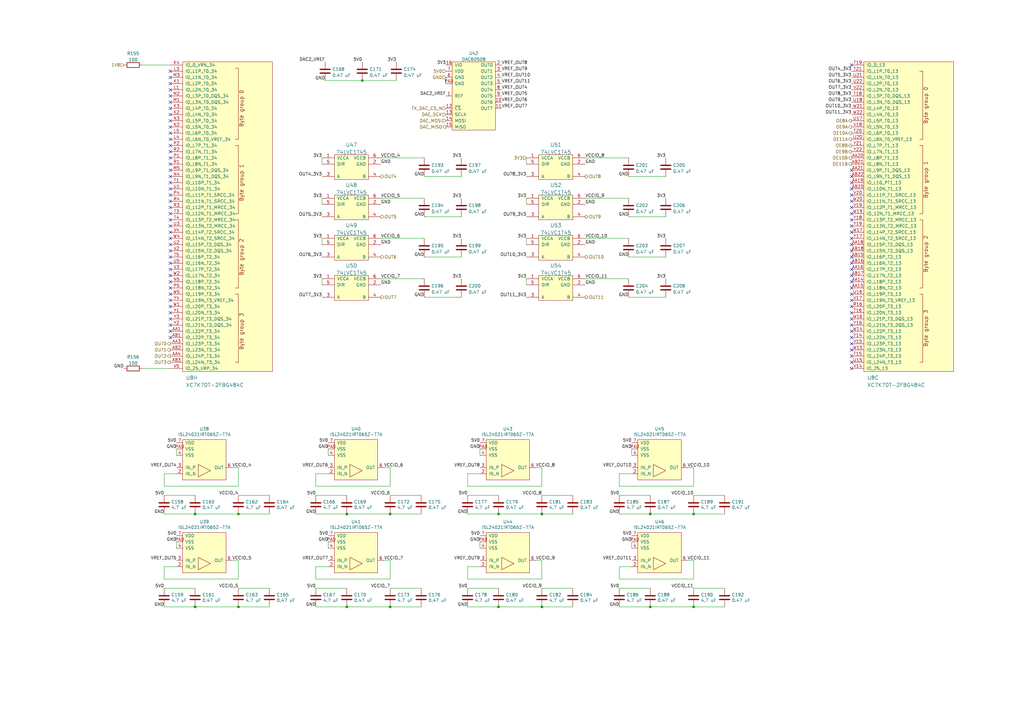
<source format=kicad_sch>
(kicad_sch (version 20211123) (generator eeschema)
  (paper "A3")
  (title_block (title "Trigger Crossbar") (date "2023-12-22") (rev "0.1") (company "Antikernel Labs") (comment 1 "Andrew D. Zonenberg"))
  (junction (at 142.24 248.92))
  (junction (at 222.25 248.92))
  (junction (at 97.79 210.82))
  (junction (at 148.59 33.02))
  (junction (at 204.47 248.92))
  (junction (at 284.48 248.92))
  (junction (at 160.02 210.82))
  (junction (at 222.25 210.82))
  (junction (at 284.48 210.82))
  (junction (at 97.79 248.92))
  (junction (at 266.7 210.82))
  (junction (at 80.01 210.82))
  (junction (at 80.01 248.92))
  (junction (at 266.7 248.92))
  (junction (at 142.24 210.82))
  (junction (at 160.02 248.92))
  (junction (at 204.47 210.82))
  (no_connect (at 349.25 100.33))
  (no_connect (at 69.85 62.23))
  (no_connect (at 69.85 90.17))
  (no_connect (at 349.25 138.43))
  (no_connect (at 69.85 74.93))
  (no_connect (at 349.25 26.67))
  (no_connect (at 349.25 95.25))
  (no_connect (at 349.25 148.59))
  (no_connect (at 349.25 92.71))
  (no_connect (at 69.85 135.89))
  (no_connect (at 69.85 128.27))
  (no_connect (at 349.25 97.79))
  (no_connect (at 69.85 130.81))
  (no_connect (at 69.85 80.01))
  (no_connect (at 69.85 113.03))
  (no_connect (at 69.85 133.35))
  (no_connect (at 69.85 34.29))
  (no_connect (at 349.25 140.97))
  (no_connect (at 69.85 100.33))
  (no_connect (at 349.25 74.93))
  (no_connect (at 349.25 102.87))
  (no_connect (at 69.85 31.75))
  (no_connect (at 349.25 110.49))
  (no_connect (at 349.25 87.63))
  (no_connect (at 69.85 87.63))
  (no_connect (at 69.85 69.85))
  (no_connect (at 69.85 67.31))
  (no_connect (at 69.85 115.57))
  (no_connect (at 69.85 39.37))
  (no_connect (at 69.85 123.19))
  (no_connect (at 349.25 133.35))
  (no_connect (at 69.85 44.45))
  (no_connect (at 349.25 123.19))
  (no_connect (at 69.85 120.65))
  (no_connect (at 69.85 118.11))
  (no_connect (at 69.85 77.47))
  (no_connect (at 349.25 77.47))
  (no_connect (at 349.25 90.17))
  (no_connect (at 69.85 125.73))
  (no_connect (at 69.85 52.07))
  (no_connect (at 69.85 138.43))
  (no_connect (at 69.85 59.69))
  (no_connect (at 349.25 107.95))
  (no_connect (at 349.25 82.55))
  (no_connect (at 349.25 125.73))
  (no_connect (at 69.85 92.71))
  (no_connect (at 69.85 107.95))
  (no_connect (at 69.85 49.53))
  (no_connect (at 69.85 41.91))
  (no_connect (at 69.85 46.99))
  (no_connect (at 349.25 113.03))
  (no_connect (at 69.85 36.83))
  (no_connect (at 69.85 82.55))
  (no_connect (at 69.85 97.79))
  (no_connect (at 349.25 151.13))
  (no_connect (at 349.25 80.01))
  (no_connect (at 69.85 54.61))
  (no_connect (at 69.85 57.15))
  (no_connect (at 349.25 72.39))
  (no_connect (at 69.85 72.39))
  (no_connect (at 349.25 143.51))
  (no_connect (at 69.85 64.77))
  (no_connect (at 349.25 128.27))
  (no_connect (at 349.25 105.41))
  (no_connect (at 349.25 130.81))
  (no_connect (at 69.85 95.25))
  (no_connect (at 69.85 85.09))
  (no_connect (at 69.85 102.87))
  (no_connect (at 69.85 29.21))
  (no_connect (at 349.25 118.11))
  (no_connect (at 349.25 85.09))
  (no_connect (at 349.25 115.57))
  (no_connect (at 349.25 69.85))
  (no_connect (at 349.25 135.89))
  (no_connect (at 349.25 146.05))
  (no_connect (at 69.85 110.49))
  (no_connect (at 349.25 120.65))
  (no_connect (at 69.85 105.41))
  (wire (pts (xy 284.48 203.2) (xy 297.18 203.2)))
  (wire (pts (xy 284.48 199.39) (xy 284.48 191.77)))
  (wire (pts (xy 240.03 81.28) (xy 257.81 81.28)))
  (wire (pts (xy 129.54 199.39) (xy 160.02 199.39)))
  (wire (pts (xy 134.62 232.41) (xy 129.54 232.41)))
  (wire (pts (xy 173.99 88.9) (xy 189.23 88.9)))
  (wire (pts (xy 160.02 210.82) (xy 142.24 210.82)))
  (wire (pts (xy 72.39 222.25) (xy 72.39 224.79)))
  (wire (pts (xy 134.62 194.31) (xy 129.54 194.31)))
  (wire (pts (xy 97.79 210.82) (xy 80.01 210.82)))
  (wire (pts (xy 97.79 199.39) (xy 97.79 191.77)))
  (wire (pts (xy 67.31 199.39) (xy 97.79 199.39)))
  (wire (pts (xy 97.79 241.3) (xy 110.49 241.3)))
  (wire (pts (xy 297.18 210.82) (xy 284.48 210.82)))
  (wire (pts (xy 191.77 248.92) (xy 204.47 248.92)))
  (wire (pts (xy 172.72 210.82) (xy 160.02 210.82)))
  (wire (pts (xy 196.85 222.25) (xy 196.85 224.79)))
  (wire (pts (xy 215.9 97.79) (xy 215.9 100.33)))
  (wire (pts (xy 259.08 194.31) (xy 254 194.31)))
  (wire (pts (xy 132.08 64.77) (xy 132.08 67.31)))
  (wire (pts (xy 257.81 121.92) (xy 273.05 121.92)))
  (wire (pts (xy 222.25 199.39) (xy 222.25 191.77)))
  (wire (pts (xy 72.39 232.41) (xy 67.31 232.41)))
  (wire (pts (xy 129.54 248.92) (xy 142.24 248.92)))
  (wire (pts (xy 129.54 194.31) (xy 129.54 199.39)))
  (wire (pts (xy 254 237.49) (xy 284.48 237.49)))
  (wire (pts (xy 110.49 210.82) (xy 97.79 210.82)))
  (wire (pts (xy 132.08 81.28) (xy 132.08 83.82)))
  (wire (pts (xy 284.48 210.82) (xy 266.7 210.82)))
  (wire (pts (xy 215.9 114.3) (xy 215.9 116.84)))
  (wire (pts (xy 58.42 151.13) (xy 69.85 151.13)))
  (wire (pts (xy 284.48 191.77) (xy 281.94 191.77)))
  (wire (pts (xy 142.24 203.2) (xy 129.54 203.2)))
  (wire (pts (xy 97.79 237.49) (xy 97.79 229.87)))
  (wire (pts (xy 284.48 241.3) (xy 297.18 241.3)))
  (wire (pts (xy 129.54 237.49) (xy 160.02 237.49)))
  (wire (pts (xy 240.03 97.79) (xy 257.81 97.79)))
  (wire (pts (xy 215.9 64.77) (xy 215.9 67.31)))
  (wire (pts (xy 80.01 241.3) (xy 67.31 241.3)))
  (wire (pts (xy 58.42 26.67) (xy 69.85 26.67)))
  (wire (pts (xy 284.48 237.49) (xy 284.48 229.87)))
  (wire (pts (xy 222.25 191.77) (xy 219.71 191.77)))
  (wire (pts (xy 222.25 229.87) (xy 219.71 229.87)))
  (wire (pts (xy 133.35 33.02) (xy 148.59 33.02)))
  (wire (pts (xy 97.79 203.2) (xy 110.49 203.2)))
  (wire (pts (xy 67.31 232.41) (xy 67.31 237.49)))
  (wire (pts (xy 67.31 237.49) (xy 97.79 237.49)))
  (wire (pts (xy 129.54 232.41) (xy 129.54 237.49)))
  (wire (pts (xy 196.85 184.15) (xy 196.85 186.69)))
  (wire (pts (xy 72.39 194.31) (xy 67.31 194.31)))
  (wire (pts (xy 284.48 248.92) (xy 266.7 248.92)))
  (wire (pts (xy 196.85 232.41) (xy 191.77 232.41)))
  (wire (pts (xy 222.25 210.82) (xy 204.47 210.82)))
  (wire (pts (xy 284.48 229.87) (xy 281.94 229.87)))
  (wire (pts (xy 172.72 248.92) (xy 160.02 248.92)))
  (wire (pts (xy 156.21 64.77) (xy 173.99 64.77)))
  (wire (pts (xy 234.95 248.92) (xy 222.25 248.92)))
  (wire (pts (xy 196.85 194.31) (xy 191.77 194.31)))
  (wire (pts (xy 297.18 248.92) (xy 284.48 248.92)))
  (wire (pts (xy 254 210.82) (xy 266.7 210.82)))
  (wire (pts (xy 67.31 210.82) (xy 80.01 210.82)))
  (wire (pts (xy 173.99 72.39) (xy 189.23 72.39)))
  (wire (pts (xy 254 194.31) (xy 254 199.39)))
  (wire (pts (xy 160.02 199.39) (xy 160.02 191.77)))
  (wire (pts (xy 266.7 241.3) (xy 254 241.3)))
  (wire (pts (xy 222.25 248.92) (xy 204.47 248.92)))
  (wire (pts (xy 191.77 199.39) (xy 222.25 199.39)))
  (wire (pts (xy 191.77 210.82) (xy 204.47 210.82)))
  (wire (pts (xy 160.02 229.87) (xy 157.48 229.87)))
  (wire (pts (xy 266.7 203.2) (xy 254 203.2)))
  (wire (pts (xy 222.25 203.2) (xy 234.95 203.2)))
  (wire (pts (xy 257.81 88.9) (xy 273.05 88.9)))
  (wire (pts (xy 72.39 184.15) (xy 72.39 186.69)))
  (wire (pts (xy 160.02 241.3) (xy 172.72 241.3)))
  (wire (pts (xy 240.03 114.3) (xy 257.81 114.3)))
  (wire (pts (xy 254 199.39) (xy 284.48 199.39)))
  (wire (pts (xy 204.47 203.2) (xy 191.77 203.2)))
  (wire (pts (xy 97.79 191.77) (xy 95.25 191.77)))
  (wire (pts (xy 259.08 184.15) (xy 259.08 186.69)))
  (wire (pts (xy 215.9 81.28) (xy 215.9 83.82)))
  (wire (pts (xy 129.54 210.82) (xy 142.24 210.82)))
  (wire (pts (xy 160.02 203.2) (xy 172.72 203.2)))
  (wire (pts (xy 240.03 64.77) (xy 257.81 64.77)))
  (wire (pts (xy 234.95 210.82) (xy 222.25 210.82)))
  (wire (pts (xy 160.02 248.92) (xy 142.24 248.92)))
  (wire (pts (xy 259.08 222.25) (xy 259.08 224.79)))
  (wire (pts (xy 173.99 105.41) (xy 189.23 105.41)))
  (wire (pts (xy 132.08 114.3) (xy 132.08 116.84)))
  (wire (pts (xy 257.81 105.41) (xy 273.05 105.41)))
  (wire (pts (xy 67.31 248.92) (xy 80.01 248.92)))
  (wire (pts (xy 182.88 31.75) (xy 182.88 34.29)))
  (wire (pts (xy 254 232.41) (xy 254 237.49)))
  (wire (pts (xy 156.21 114.3) (xy 173.99 114.3)))
  (wire (pts (xy 160.02 191.77) (xy 157.48 191.77)))
  (wire (pts (xy 134.62 184.15) (xy 134.62 186.69)))
  (wire (pts (xy 148.59 33.02) (xy 162.56 33.02)))
  (wire (pts (xy 254 248.92) (xy 266.7 248.92)))
  (wire (pts (xy 259.08 232.41) (xy 254 232.41)))
  (wire (pts (xy 222.25 237.49) (xy 222.25 229.87)))
  (wire (pts (xy 80.01 203.2) (xy 67.31 203.2)))
  (wire (pts (xy 156.21 81.28) (xy 173.99 81.28)))
  (wire (pts (xy 257.81 72.39) (xy 273.05 72.39)))
  (wire (pts (xy 204.47 241.3) (xy 191.77 241.3)))
  (wire (pts (xy 156.21 97.79) (xy 173.99 97.79)))
  (wire (pts (xy 132.08 97.79) (xy 132.08 100.33)))
  (wire (pts (xy 134.62 222.25) (xy 134.62 224.79)))
  (wire (pts (xy 97.79 248.92) (xy 80.01 248.92)))
  (wire (pts (xy 110.49 248.92) (xy 97.79 248.92)))
  (wire (pts (xy 191.77 237.49) (xy 222.25 237.49)))
  (wire (pts (xy 142.24 241.3) (xy 129.54 241.3)))
  (wire (pts (xy 222.25 241.3) (xy 234.95 241.3)))
  (wire (pts (xy 191.77 194.31) (xy 191.77 199.39)))
  (wire (pts (xy 173.99 121.92) (xy 189.23 121.92)))
  (wire (pts (xy 67.31 194.31) (xy 67.31 199.39)))
  (wire (pts (xy 191.77 232.41) (xy 191.77 237.49)))
  (wire (pts (xy 97.79 229.87) (xy 95.25 229.87)))
  (wire (pts (xy 160.02 237.49) (xy 160.02 229.87)))
  (label "OUT4_3V3" (at 132.08 72.39 180))
  (label "GND" (at 254 210.82 180))
  (label "VCCIO_5" (at 95.25 229.87 0))
  (label "VREF_OUT5" (at 205.74 39.37 0))
  (label "5V0" (at 196.85 181.61 180))
  (label "OUT9_3V3" (at 349.25 41.91 180))
  (label "5V0" (at 259.08 219.71 180))
  (label "VCCIO_5" (at 97.79 241.3 180))
  (label "OUT4_3V3" (at 349.25 29.21 180))
  (label "VCCIO_11" (at 240.03 114.3 0))
  (label "GND" (at 173.99 88.9 180))
  (label "VCCIO_8" (at 219.71 191.77 0))
  (label "3V3" (at 132.08 114.3 180))
  (label "OUT7_3V3" (at 349.25 36.83 180))
  (label "GND" (at 240.03 116.84 0))
  (label "GND" (at 67.31 248.92 180))
  (label "GND" (at 156.21 116.84 0))
  (label "GND" (at 129.54 248.92 180))
  (label "5V0" (at 67.31 241.3 180))
  (label "OUT6_3V3" (at 132.08 105.41 180))
  (label "GND" (at 196.85 222.25 180))
  (label "GND" (at 72.39 222.25 180))
  (label "VCCIO_6" (at 156.21 97.79 0))
  (label "5V0" (at 129.54 241.3 180))
  (label "VREF_OUT10" (at 259.08 191.77 180))
  (label "5V0" (at 72.39 181.61 180))
  (label "VREF_OUT6" (at 205.74 41.91 0))
  (label "GND" (at 133.35 33.02 180))
  (label "GND" (at 257.81 121.92 180))
  (label "3V3" (at 189.23 114.3 180))
  (label "3V3" (at 189.23 64.77 180))
  (label "VCCIO_4" (at 156.21 64.77 0))
  (label "VREF_OUT8" (at 205.74 26.67 0))
  (label "VCCIO_7" (at 157.48 229.87 0))
  (label "VREF_OUT6" (at 134.62 191.77 180))
  (label "5V0" (at 259.08 181.61 180))
  (label "OUT11_3V3" (at 215.9 121.92 180))
  (label "VCCIO_9" (at 219.71 229.87 0))
  (label "OUT5_3V3" (at 349.25 31.75 180))
  (label "OUT5_3V3" (at 132.08 88.9 180))
  (label "VCCIO_11" (at 284.48 241.3 180))
  (label "5V0" (at 72.39 219.71 180))
  (label "3V3" (at 189.23 97.79 180))
  (label "GND" (at 191.77 248.92 180))
  (label "GND" (at 67.31 210.82 180))
  (label "3V3" (at 132.08 97.79 180))
  (label "VCCIO_5" (at 156.21 81.28 0))
  (label "VCCIO_10" (at 284.48 203.2 180))
  (label "OUT7_3V3" (at 132.08 121.92 180))
  (label "5V0" (at 254 203.2 180))
  (label "DAC2_VREF" (at 133.35 25.4 180))
  (label "GND" (at 257.81 88.9 180))
  (label "VCCIO_4" (at 97.79 203.2 180))
  (label "GND" (at 259.08 184.15 180))
  (label "GND" (at 50.8 151.13 180))
  (label "3V3" (at 189.23 81.28 180))
  (label "3V3" (at 215.9 81.28 180))
  (label "VCCIO_10" (at 281.94 191.77 0))
  (label "OUT8_3V3" (at 349.25 39.37 180))
  (label "5V0" (at 67.31 203.2 180))
  (label "GND" (at 134.62 222.25 180))
  (label "3V3" (at 215.9 97.79 180))
  (label "VREF_OUT4" (at 72.39 191.77 180))
  (label "VREF_OUT10" (at 205.74 31.75 0))
  (label "VREF_OUT9" (at 196.85 229.87 180))
  (label "GND" (at 129.54 210.82 180))
  (label "5V0" (at 134.62 181.61 180))
  (label "VREF_OUT8" (at 196.85 191.77 180))
  (label "DAC2_VREF" (at 182.88 39.37 180))
  (label "3V3" (at 273.05 81.28 180))
  (label "GND" (at 240.03 67.31 0))
  (label "VCCIO_9" (at 222.25 241.3 180))
  (label "GND" (at 257.81 105.41 180))
  (label "5V0" (at 254 241.3 180))
  (label "GND" (at 173.99 121.92 180))
  (label "5V0" (at 148.59 25.4 180))
  (label "OUT10_3V3" (at 215.9 105.41 180))
  (label "3V3" (at 215.9 114.3 180))
  (label "GND" (at 173.99 72.39 180))
  (label "VCCIO_8" (at 240.03 64.77 0))
  (label "OUT9_3V3" (at 215.9 88.9 180))
  (label "5V0" (at 134.62 219.71 180))
  (label "3V3" (at 162.56 25.4 180))
  (label "3V3" (at 273.05 114.3 180))
  (label "5V0" (at 196.85 219.71 180))
  (label "VCCIO_8" (at 222.25 203.2 180))
  (label "VREF_OUT11" (at 205.74 34.29 0))
  (label "VREF_OUT7" (at 205.74 44.45 0))
  (label "OUT6_3V3" (at 349.25 34.29 180))
  (label "GND" (at 156.21 67.31 0))
  (label "VREF_OUT9" (at 205.74 29.21 0))
  (label "VCCIO_4" (at 95.25 191.77 0))
  (label "VREF_OUT11" (at 259.08 229.87 180))
  (label "GND" (at 156.21 100.33 0))
  (label "VREF_OUT4" (at 205.74 36.83 0))
  (label "VCCIO_7" (at 156.21 114.3 0))
  (label "3V3" (at 182.88 26.67 180))
  (label "VREF_OUT5" (at 72.39 229.87 180))
  (label "VCCIO_9" (at 240.03 81.28 0))
  (label "VCCIO_10" (at 240.03 97.79 0))
  (label "GND" (at 240.03 83.82 0))
  (label "5V0" (at 191.77 203.2 180))
  (label "5V0" (at 191.77 241.3 180))
  (label "GND" (at 156.21 83.82 0))
  (label "3V3" (at 132.08 64.77 180))
  (label "GND" (at 134.62 184.15 180))
  (label "VREF_OUT7" (at 134.62 229.87 180))
  (label "3V3" (at 273.05 97.79 180))
  (label "GND" (at 72.39 184.15 180))
  (label "VCCIO_7" (at 160.02 241.3 180))
  (label "GND" (at 191.77 210.82 180))
  (label "3V3" (at 273.05 64.77 180))
  (label "GND" (at 173.99 105.41 180))
  (label "OUT11_3V3" (at 349.25 46.99 180))
  (label "VCCIO_11" (at 281.94 229.87 0))
  (label "GND" (at 240.03 100.33 0))
  (label "VCCIO_6" (at 160.02 203.2 180))
  (label "5V0" (at 129.54 203.2 180))
  (label "GND" (at 254 248.92 180))
  (label "3V3" (at 132.08 81.28 180))
  (label "VCCIO_6" (at 157.48 191.77 0))
  (label "GND" (at 259.08 222.25 180))
  (label "GND" (at 257.81 72.39 180))
  (label "OUT10_3V3" (at 349.25 44.45 180))
  (label "OUT8_3V3" (at 215.9 72.39 180))
  (label "GND" (at 196.85 184.15 180))
  (hierarchical_label "OUT2" (shape output) (at 69.85 146.05 180))
  (hierarchical_label "OUT1" (shape output) (at 69.85 143.51 180))
  (hierarchical_label "OUT10" (shape output) (at 240.03 105.41 0))
  (hierarchical_label "DAC_MOSI" (shape input) (at 182.88 49.53 180))
  (hierarchical_label "OE8A" (shape output) (at 349.25 49.53 180))
  (hierarchical_label "1V8" (shape input) (at 50.8 26.67 180))
  (hierarchical_label "OUT4" (shape output) (at 156.21 72.39 0))
  (hierarchical_label "OUT6" (shape output) (at 156.21 105.41 0))
  (hierarchical_label "OUT3" (shape output) (at 69.85 148.59 180))
  (hierarchical_label "GND" (shape input) (at 182.88 31.75 180))
  (hierarchical_label "OE8B" (shape output) (at 349.25 59.69 180))
  (hierarchical_label "TX_DAC_CS_N" (shape input) (at 182.88 44.45 180))
  (hierarchical_label "DAC_MISO" (shape output) (at 182.88 52.07 180))
  (hierarchical_label "OE10B" (shape output) (at 349.25 64.77 180))
  (hierarchical_label "OUT8" (shape output) (at 240.03 72.39 0))
  (hierarchical_label "OE9A" (shape output) (at 349.25 52.07 180))
  (hierarchical_label "OUT0" (shape output) (at 69.85 140.97 180))
  (hierarchical_label "OE10A" (shape output) (at 349.25 54.61 180))
  (hierarchical_label "OE9B" (shape output) (at 349.25 62.23 180))
  (hierarchical_label "OE11B" (shape output) (at 349.25 67.31 180))
  (hierarchical_label "OUT9" (shape output) (at 240.03 88.9 0))
  (hierarchical_label "3V3" (shape input) (at 215.9 64.77 180))
  (hierarchical_label "DAC_SCK" (shape input) (at 182.88 46.99 180))
  (hierarchical_label "OUT7" (shape output) (at 156.21 121.92 0))
  (hierarchical_label "OE11A" (shape output) (at 349.25 57.15 180))
  (hierarchical_label "OUT5" (shape output) (at 156.21 88.9 0))
  (hierarchical_label "OUT11" (shape output) (at 240.03 121.92 0))
  (hierarchical_label "5V0" (shape input) (at 182.88 29.21 180))
  (symbol (lib_id "device:C") (at 222.25 207.01 0) (unit 1)
    (property "Reference" "C181" (at 225.171 205.8416 0) (effects (justify left)))
    (property "Value" "4.7 uF" (at 225.171 208.153 0) (effects (justify left)))
    (property "Footprint" "azonenberg_pcb:EIA_0603_CAP_NOSILK" (effects hide))
  )
  (symbol (lib_id "analog-azonenberg:DACx0508_WQFN") (at 185.42 53.34 0) (unit 1)
    (property "Reference" "U42" (at 194.31 21.8272 0))
    (property "Value" "DAC60508" (at 194.31 24.3641 0))
    (property "Footprint" "azonenberg_pcb:QFN_16_0.5MM_3x3MM" (effects hide))
  )
  (symbol (lib_id "device:C") (at 67.31 245.11 0) (unit 1)
    (property "Reference" "C159" (at 70.231 243.9416 0) (effects (justify left)))
    (property "Value" "4.7 uF" (at 70.231 246.253 0) (effects (justify left)))
    (property "Footprint" "azonenberg_pcb:EIA_0603_CAP_NOSILK" (effects hide))
  )
  (symbol (lib_id "device:C") (at 129.54 207.01 0) (unit 1)
    (property "Reference" "C166" (at 132.461 205.8416 0) (effects (justify left)))
    (property "Value" "4.7 uF" (at 132.461 208.153 0) (effects (justify left)))
    (property "Footprint" "azonenberg_pcb:EIA_0603_CAP_NOSILK" (effects hide))
  )
  (symbol (lib_id "device:C") (at 189.23 101.6 0) (unit 1)
    (property "Reference" "C199" (at 192.151 100.7653 0) (effects (justify left)))
    (property "Value" "0.47 uF" (at 192.151 103.3022 0) (effects (justify left)))
    (property "Footprint" "azonenberg_pcb:EIA_0402_CAP_NOSILK" (effects hide))
  )
  (symbol (lib_id "device:C") (at 191.77 207.01 0) (unit 1)
    (property "Reference" "C177" (at 194.691 205.8416 0) (effects (justify left)))
    (property "Value" "4.7 uF" (at 194.691 208.153 0) (effects (justify left)))
    (property "Footprint" "azonenberg_pcb:EIA_0603_CAP_NOSILK" (effects hide))
  )
  (symbol (lib_id "device:C") (at 133.35 29.21 0) (unit 1)
    (property "Reference" "C168" (at 136.271 28.3753 0) (effects (justify left)))
    (property "Value" "0.47 uF" (at 136.271 30.9122 0) (effects (justify left)))
    (property "Footprint" "azonenberg_pcb:EIA_0402_CAP_NOSILK" (effects hide))
  )
  (symbol (lib_id "device:C") (at 257.81 68.58 0) (unit 1)
    (property "Reference" "C201" (at 260.731 67.7453 0) (effects (justify left)))
    (property "Value" "0.47 uF" (at 260.731 70.2822 0) (effects (justify left)))
    (property "Footprint" "azonenberg_pcb:EIA_0402_CAP_NOSILK" (effects hide))
  )
  (symbol (lib_id "device:C") (at 284.48 207.01 0) (unit 1)
    (property "Reference" "C189" (at 287.401 205.8416 0) (effects (justify left)))
    (property "Value" "4.7 uF" (at 287.401 208.153 0) (effects (justify left)))
    (property "Footprint" "azonenberg_pcb:EIA_0603_CAP_NOSILK" (effects hide))
  )
  (symbol (lib_id "device:C") (at 173.99 101.6 0) (unit 1)
    (property "Reference" "C195" (at 176.911 100.7653 0) (effects (justify left)))
    (property "Value" "0.47 uF" (at 176.911 103.3022 0) (effects (justify left)))
    (property "Footprint" "azonenberg_pcb:EIA_0402_CAP_NOSILK" (effects hide))
  )
  (symbol (lib_id "device:C") (at 129.54 245.11 0) (unit 1)
    (property "Reference" "C167" (at 132.461 243.9416 0) (effects (justify left)))
    (property "Value" "4.7 uF" (at 132.461 246.253 0) (effects (justify left)))
    (property "Footprint" "azonenberg_pcb:EIA_0603_CAP_NOSILK" (effects hide))
  )
  (symbol (lib_id "device:C") (at 160.02 245.11 0) (unit 1)
    (property "Reference" "C173" (at 162.941 243.9416 0) (effects (justify left)))
    (property "Value" "4.7 uF" (at 162.941 246.253 0) (effects (justify left)))
    (property "Footprint" "azonenberg_pcb:EIA_0603_CAP_NOSILK" (effects hide))
  )
  (symbol (lib_id "device:C") (at 254 207.01 0) (unit 1)
    (property "Reference" "C185" (at 256.921 205.8416 0) (effects (justify left)))
    (property "Value" "4.7 uF" (at 256.921 208.153 0) (effects (justify left)))
    (property "Footprint" "azonenberg_pcb:EIA_0603_CAP_NOSILK" (effects hide))
  )
  (symbol (lib_id "special-azonenberg:74AVC1T45") (at 220.98 90.17 0) (unit 1)
    (property "Reference" "U52" (at 227.965 75.9259 0) (effects (font (size 1.524 1.524))))
    (property "Value" "74LVC1T45" (at 227.965 78.9193 0) (effects (font (size 1.524 1.524))))
    (property "Footprint" "azonenberg_pcb:DFN_6_0.5MM_1.6x1.6MM_TI_DPK" (effects hide))
  )
  (symbol (lib_id "device:C") (at 110.49 245.11 0) (unit 1)
    (property "Reference" "C165" (at 113.411 243.9416 0) (effects (justify left)))
    (property "Value" "0.47 uF" (at 113.411 246.253 0) (effects (justify left)))
    (property "Footprint" "azonenberg_pcb:EIA_0402_CAP_NOSILK" (effects hide))
  )
  (symbol (lib_id "xilinx-azonenberg:XC7KxT-FBG484") (at 354.33 151.13 0) (unit 3)
    (property "Reference" "U8" (at 355.6 154.94 0) (effects (font (size 1.524 1.524)) (justify left)))
    (property "Value" "XC7K70T-2FBG484C" (at 355.6 157.9334 0) (effects (font (size 1.524 1.524)) (justify left)))
    (property "Footprint" "azonenberg_pcb:BGA_484_22x22_FULLARRAY_1MM" (effects hide))
  )
  (symbol (lib_id "analog-azonenberg:ISL24021IRT065Z-T7A‎") (at 137.16 196.85 0) (unit 1)
    (property "Reference" "U40" (at 146.05 175.895 0))
    (property "Value" "ISL24021IRT065Z-T7A‎" (at 146.05 178.2064 0))
    (property "Footprint" "azonenberg_pcb:DFN_8_0.65MM_3x3MM" (effects hide))
  )
  (symbol (lib_id "device:C") (at 162.56 29.21 0) (unit 1)
    (property "Reference" "C174" (at 165.481 28.3753 0) (effects (justify left)))
    (property "Value" "0.47 uF" (at 165.481 30.9122 0) (effects (justify left)))
    (property "Footprint" "azonenberg_pcb:EIA_0402_CAP_NOSILK" (effects hide))
  )
  (symbol (lib_id "analog-azonenberg:ISL24021IRT065Z-T7A‎") (at 74.93 196.85 0) (unit 1)
    (property "Reference" "U38" (at 83.82 175.895 0))
    (property "Value" "ISL24021IRT065Z-T7A‎" (at 83.82 178.2064 0))
    (property "Footprint" "azonenberg_pcb:DFN_8_0.65MM_3x3MM" (effects hide))
  )
  (symbol (lib_id "device:C") (at 273.05 118.11 0) (unit 1)
    (property "Reference" "C208" (at 275.971 117.2753 0) (effects (justify left)))
    (property "Value" "0.47 uF" (at 275.971 119.8122 0) (effects (justify left)))
    (property "Footprint" "azonenberg_pcb:EIA_0402_CAP_NOSILK" (effects hide))
  )
  (symbol (lib_id "device:C") (at 222.25 245.11 0) (unit 1)
    (property "Reference" "C182" (at 225.171 243.9416 0) (effects (justify left)))
    (property "Value" "4.7 uF" (at 225.171 246.253 0) (effects (justify left)))
    (property "Footprint" "azonenberg_pcb:EIA_0603_CAP_NOSILK" (effects hide))
  )
  (symbol (lib_id "device:C") (at 173.99 118.11 0) (unit 1)
    (property "Reference" "C196" (at 176.911 117.2753 0) (effects (justify left)))
    (property "Value" "0.47 uF" (at 176.911 119.8122 0) (effects (justify left)))
    (property "Footprint" "azonenberg_pcb:EIA_0402_CAP_NOSILK" (effects hide))
  )
  (symbol (lib_id "xilinx-azonenberg:XC7KxT-FBG484") (at 74.93 151.13 0) (unit 8)
    (property "Reference" "U8" (at 76.2 154.94 0) (effects (font (size 1.524 1.524)) (justify left)))
    (property "Value" "XC7K70T-2FBG484C" (at 76.2 157.9334 0) (effects (font (size 1.524 1.524)) (justify left)))
    (property "Footprint" "azonenberg_pcb:BGA_484_22x22_FULLARRAY_1MM" (effects hide))
  )
  (symbol (lib_id "device:C") (at 80.01 207.01 0) (unit 1)
    (property "Reference" "C160" (at 82.931 205.8416 0) (effects (justify left)))
    (property "Value" "0.47 uF" (at 82.931 208.153 0) (effects (justify left)))
    (property "Footprint" "azonenberg_pcb:EIA_0402_CAP_NOSILK" (effects hide))
  )
  (symbol (lib_id "analog-azonenberg:ISL24021IRT065Z-T7A‎") (at 199.39 234.95 0) (unit 1)
    (property "Reference" "U44" (at 208.28 213.995 0))
    (property "Value" "ISL24021IRT065Z-T7A‎" (at 208.28 216.3064 0))
    (property "Footprint" "azonenberg_pcb:DFN_8_0.65MM_3x3MM" (effects hide))
  )
  (symbol (lib_id "device:C") (at 110.49 207.01 0) (unit 1)
    (property "Reference" "C164" (at 113.411 205.8416 0) (effects (justify left)))
    (property "Value" "0.47 uF" (at 113.411 208.153 0) (effects (justify left)))
    (property "Footprint" "azonenberg_pcb:EIA_0402_CAP_NOSILK" (effects hide))
  )
  (symbol (lib_id "device:C") (at 172.72 207.01 0) (unit 1)
    (property "Reference" "C175" (at 175.641 205.8416 0) (effects (justify left)))
    (property "Value" "0.47 uF" (at 175.641 208.153 0) (effects (justify left)))
    (property "Footprint" "azonenberg_pcb:EIA_0402_CAP_NOSILK" (effects hide))
  )
  (symbol (lib_id "device:C") (at 297.18 207.01 0) (unit 1)
    (property "Reference" "C191" (at 300.101 205.8416 0) (effects (justify left)))
    (property "Value" "0.47 uF" (at 300.101 208.153 0) (effects (justify left)))
    (property "Footprint" "azonenberg_pcb:EIA_0402_CAP_NOSILK" (effects hide))
  )
  (symbol (lib_id "special-azonenberg:74AVC1T45") (at 137.16 73.66 0) (unit 1)
    (property "Reference" "U47" (at 144.145 59.4159 0) (effects (font (size 1.524 1.524))))
    (property "Value" "74LVC1T45" (at 144.145 62.4093 0) (effects (font (size 1.524 1.524))))
    (property "Footprint" "azonenberg_pcb:DFN_6_0.5MM_1.6x1.6MM_TI_DPK" (effects hide))
  )
  (symbol (lib_id "device:C") (at 273.05 85.09 0) (unit 1)
    (property "Reference" "C206" (at 275.971 84.2553 0) (effects (justify left)))
    (property "Value" "0.47 uF" (at 275.971 86.7922 0) (effects (justify left)))
    (property "Footprint" "azonenberg_pcb:EIA_0402_CAP_NOSILK" (effects hide))
  )
  (symbol (lib_id "device:C") (at 97.79 207.01 0) (unit 1)
    (property "Reference" "C162" (at 100.711 205.8416 0) (effects (justify left)))
    (property "Value" "4.7 uF" (at 100.711 208.153 0) (effects (justify left)))
    (property "Footprint" "azonenberg_pcb:EIA_0603_CAP_NOSILK" (effects hide))
  )
  (symbol (lib_id "device:C") (at 142.24 207.01 0) (unit 1)
    (property "Reference" "C169" (at 145.161 205.8416 0) (effects (justify left)))
    (property "Value" "0.47 uF" (at 145.161 208.153 0) (effects (justify left)))
    (property "Footprint" "azonenberg_pcb:EIA_0402_CAP_NOSILK" (effects hide))
  )
  (symbol (lib_id "device:C") (at 273.05 101.6 0) (unit 1)
    (property "Reference" "C207" (at 275.971 100.7653 0) (effects (justify left)))
    (property "Value" "0.47 uF" (at 275.971 103.3022 0) (effects (justify left)))
    (property "Footprint" "azonenberg_pcb:EIA_0402_CAP_NOSILK" (effects hide))
  )
  (symbol (lib_id "device:C") (at 254 245.11 0) (unit 1)
    (property "Reference" "C186" (at 256.921 243.9416 0) (effects (justify left)))
    (property "Value" "4.7 uF" (at 256.921 246.253 0) (effects (justify left)))
    (property "Footprint" "azonenberg_pcb:EIA_0603_CAP_NOSILK" (effects hide))
  )
  (symbol (lib_id "special-azonenberg:74AVC1T45") (at 137.16 106.68 0) (unit 1)
    (property "Reference" "U49" (at 144.145 92.4359 0) (effects (font (size 1.524 1.524))))
    (property "Value" "74LVC1T45" (at 144.145 95.4293 0) (effects (font (size 1.524 1.524))))
    (property "Footprint" "azonenberg_pcb:DFN_6_0.5MM_1.6x1.6MM_TI_DPK" (effects hide))
  )
  (symbol (lib_id "device:C") (at 67.31 207.01 0) (unit 1)
    (property "Reference" "C158" (at 70.231 205.8416 0) (effects (justify left)))
    (property "Value" "4.7 uF" (at 70.231 208.153 0) (effects (justify left)))
    (property "Footprint" "azonenberg_pcb:EIA_0603_CAP_NOSILK" (effects hide))
  )
  (symbol (lib_id "special-azonenberg:74AVC1T45") (at 137.16 123.19 0) (unit 1)
    (property "Reference" "U50" (at 144.145 108.9459 0) (effects (font (size 1.524 1.524))))
    (property "Value" "74LVC1T45" (at 144.145 111.9393 0) (effects (font (size 1.524 1.524))))
    (property "Footprint" "azonenberg_pcb:DFN_6_0.5MM_1.6x1.6MM_TI_DPK" (effects hide))
  )
  (symbol (lib_id "device:R") (at 54.61 26.67 90) (unit 1)
    (property "Reference" "R155" (at 54.61 21.9542 90))
    (property "Value" "100" (at 54.61 24.4911 90))
    (property "Footprint" "azonenberg_pcb:EIA_0402_RES_NOSILK" (effects hide))
  )
  (symbol (lib_id "device:C") (at 257.81 118.11 0) (unit 1)
    (property "Reference" "C204" (at 260.731 117.2753 0) (effects (justify left)))
    (property "Value" "0.47 uF" (at 260.731 119.8122 0) (effects (justify left)))
    (property "Footprint" "azonenberg_pcb:EIA_0402_CAP_NOSILK" (effects hide))
  )
  (symbol (lib_id "device:C") (at 273.05 68.58 0) (unit 1)
    (property "Reference" "C205" (at 275.971 67.7453 0) (effects (justify left)))
    (property "Value" "0.47 uF" (at 275.971 70.2822 0) (effects (justify left)))
    (property "Footprint" "azonenberg_pcb:EIA_0402_CAP_NOSILK" (effects hide))
  )
  (symbol (lib_id "device:C") (at 142.24 245.11 0) (unit 1)
    (property "Reference" "C170" (at 145.161 243.9416 0) (effects (justify left)))
    (property "Value" "0.47 uF" (at 145.161 246.253 0) (effects (justify left)))
    (property "Footprint" "azonenberg_pcb:EIA_0402_CAP_NOSILK" (effects hide))
  )
  (symbol (lib_id "special-azonenberg:74AVC1T45") (at 220.98 73.66 0) (unit 1)
    (property "Reference" "U51" (at 227.965 59.4159 0) (effects (font (size 1.524 1.524))))
    (property "Value" "74LVC1T45" (at 227.965 62.4093 0) (effects (font (size 1.524 1.524))))
    (property "Footprint" "azonenberg_pcb:DFN_6_0.5MM_1.6x1.6MM_TI_DPK" (effects hide))
  )
  (symbol (lib_id "device:C") (at 257.81 85.09 0) (unit 1)
    (property "Reference" "C202" (at 260.731 84.2553 0) (effects (justify left)))
    (property "Value" "0.47 uF" (at 260.731 86.7922 0) (effects (justify left)))
    (property "Footprint" "azonenberg_pcb:EIA_0402_CAP_NOSILK" (effects hide))
  )
  (symbol (lib_id "analog-azonenberg:ISL24021IRT065Z-T7A‎") (at 261.62 234.95 0) (unit 1)
    (property "Reference" "U46" (at 270.51 213.995 0))
    (property "Value" "ISL24021IRT065Z-T7A‎" (at 270.51 216.3064 0))
    (property "Footprint" "azonenberg_pcb:DFN_8_0.65MM_3x3MM" (effects hide))
  )
  (symbol (lib_id "device:C") (at 173.99 68.58 0) (unit 1)
    (property "Reference" "C193" (at 176.911 67.7453 0) (effects (justify left)))
    (property "Value" "0.47 uF" (at 176.911 70.2822 0) (effects (justify left)))
    (property "Footprint" "azonenberg_pcb:EIA_0402_CAP_NOSILK" (effects hide))
  )
  (symbol (lib_id "device:C") (at 189.23 85.09 0) (unit 1)
    (property "Reference" "C198" (at 192.151 84.2553 0) (effects (justify left)))
    (property "Value" "0.47 uF" (at 192.151 86.7922 0) (effects (justify left)))
    (property "Footprint" "azonenberg_pcb:EIA_0402_CAP_NOSILK" (effects hide))
  )
  (symbol (lib_id "device:C") (at 80.01 245.11 0) (unit 1)
    (property "Reference" "C161" (at 82.931 243.9416 0) (effects (justify left)))
    (property "Value" "0.47 uF" (at 82.931 246.253 0) (effects (justify left)))
    (property "Footprint" "azonenberg_pcb:EIA_0402_CAP_NOSILK" (effects hide))
  )
  (symbol (lib_id "device:C") (at 97.79 245.11 0) (unit 1)
    (property "Reference" "C163" (at 100.711 243.9416 0) (effects (justify left)))
    (property "Value" "4.7 uF" (at 100.711 246.253 0) (effects (justify left)))
    (property "Footprint" "azonenberg_pcb:EIA_0603_CAP_NOSILK" (effects hide))
  )
  (symbol (lib_id "device:R") (at 54.61 151.13 90) (unit 1)
    (property "Reference" "R156" (at 54.61 146.4142 90))
    (property "Value" "100" (at 54.61 148.9511 90))
    (property "Footprint" "azonenberg_pcb:EIA_0402_RES_NOSILK" (effects hide))
  )
  (symbol (lib_id "device:C") (at 160.02 207.01 0) (unit 1)
    (property "Reference" "C172" (at 162.941 205.8416 0) (effects (justify left)))
    (property "Value" "4.7 uF" (at 162.941 208.153 0) (effects (justify left)))
    (property "Footprint" "azonenberg_pcb:EIA_0603_CAP_NOSILK" (effects hide))
  )
  (symbol (lib_id "device:C") (at 204.47 245.11 0) (unit 1)
    (property "Reference" "C180" (at 207.391 243.9416 0) (effects (justify left)))
    (property "Value" "0.47 uF" (at 207.391 246.253 0) (effects (justify left)))
    (property "Footprint" "azonenberg_pcb:EIA_0402_CAP_NOSILK" (effects hide))
  )
  (symbol (lib_id "device:C") (at 266.7 207.01 0) (unit 1)
    (property "Reference" "C187" (at 269.621 205.8416 0) (effects (justify left)))
    (property "Value" "0.47 uF" (at 269.621 208.153 0) (effects (justify left)))
    (property "Footprint" "azonenberg_pcb:EIA_0402_CAP_NOSILK" (effects hide))
  )
  (symbol (lib_id "analog-azonenberg:ISL24021IRT065Z-T7A‎") (at 261.62 196.85 0) (unit 1)
    (property "Reference" "U45" (at 270.51 175.895 0))
    (property "Value" "ISL24021IRT065Z-T7A‎" (at 270.51 178.2064 0))
    (property "Footprint" "azonenberg_pcb:DFN_8_0.65MM_3x3MM" (effects hide))
  )
  (symbol (lib_id "analog-azonenberg:ISL24021IRT065Z-T7A‎") (at 74.93 234.95 0) (unit 1)
    (property "Reference" "U39" (at 83.82 213.995 0))
    (property "Value" "ISL24021IRT065Z-T7A‎" (at 83.82 216.3064 0))
    (property "Footprint" "azonenberg_pcb:DFN_8_0.65MM_3x3MM" (effects hide))
  )
  (symbol (lib_id "device:C") (at 234.95 245.11 0) (unit 1)
    (property "Reference" "C184" (at 237.871 243.9416 0) (effects (justify left)))
    (property "Value" "0.47 uF" (at 237.871 246.253 0) (effects (justify left)))
    (property "Footprint" "azonenberg_pcb:EIA_0402_CAP_NOSILK" (effects hide))
  )
  (symbol (lib_id "device:C") (at 266.7 245.11 0) (unit 1)
    (property "Reference" "C188" (at 269.621 243.9416 0) (effects (justify left)))
    (property "Value" "0.47 uF" (at 269.621 246.253 0) (effects (justify left)))
    (property "Footprint" "azonenberg_pcb:EIA_0402_CAP_NOSILK" (effects hide))
  )
  (symbol (lib_id "device:C") (at 234.95 207.01 0) (unit 1)
    (property "Reference" "C183" (at 237.871 205.8416 0) (effects (justify left)))
    (property "Value" "0.47 uF" (at 237.871 208.153 0) (effects (justify left)))
    (property "Footprint" "azonenberg_pcb:EIA_0402_CAP_NOSILK" (effects hide))
  )
  (symbol (lib_id "device:C") (at 173.99 85.09 0) (unit 1)
    (property "Reference" "C194" (at 176.911 84.2553 0) (effects (justify left)))
    (property "Value" "0.47 uF" (at 176.911 86.7922 0) (effects (justify left)))
    (property "Footprint" "azonenberg_pcb:EIA_0402_CAP_NOSILK" (effects hide))
  )
  (symbol (lib_id "special-azonenberg:74AVC1T45") (at 220.98 106.68 0) (unit 1)
    (property "Reference" "U53" (at 227.965 92.4359 0) (effects (font (size 1.524 1.524))))
    (property "Value" "74LVC1T45" (at 227.965 95.4293 0) (effects (font (size 1.524 1.524))))
    (property "Footprint" "azonenberg_pcb:DFN_6_0.5MM_1.6x1.6MM_TI_DPK" (effects hide))
  )
  (symbol (lib_id "special-azonenberg:74AVC1T45") (at 137.16 90.17 0) (unit 1)
    (property "Reference" "U48" (at 144.145 75.9259 0) (effects (font (size 1.524 1.524))))
    (property "Value" "74LVC1T45" (at 144.145 78.9193 0) (effects (font (size 1.524 1.524))))
    (property "Footprint" "azonenberg_pcb:DFN_6_0.5MM_1.6x1.6MM_TI_DPK" (effects hide))
  )
  (symbol (lib_id "analog-azonenberg:ISL24021IRT065Z-T7A‎") (at 137.16 234.95 0) (unit 1)
    (property "Reference" "U41" (at 146.05 213.995 0))
    (property "Value" "ISL24021IRT065Z-T7A‎" (at 146.05 216.3064 0))
    (property "Footprint" "azonenberg_pcb:DFN_8_0.65MM_3x3MM" (effects hide))
  )
  (symbol (lib_id "special-azonenberg:74AVC1T45") (at 220.98 123.19 0) (unit 1)
    (property "Reference" "U54" (at 227.965 108.9459 0) (effects (font (size 1.524 1.524))))
    (property "Value" "74LVC1T45" (at 227.965 111.9393 0) (effects (font (size 1.524 1.524))))
    (property "Footprint" "azonenberg_pcb:DFN_6_0.5MM_1.6x1.6MM_TI_DPK" (effects hide))
  )
  (symbol (lib_id "device:C") (at 172.72 245.11 0) (unit 1)
    (property "Reference" "C176" (at 175.641 243.9416 0) (effects (justify left)))
    (property "Value" "0.47 uF" (at 175.641 246.253 0) (effects (justify left)))
    (property "Footprint" "azonenberg_pcb:EIA_0402_CAP_NOSILK" (effects hide))
  )
  (symbol (lib_id "device:C") (at 189.23 118.11 0) (unit 1)
    (property "Reference" "C200" (at 192.151 117.2753 0) (effects (justify left)))
    (property "Value" "0.47 uF" (at 192.151 119.8122 0) (effects (justify left)))
    (property "Footprint" "azonenberg_pcb:EIA_0402_CAP_NOSILK" (effects hide))
  )
  (symbol (lib_id "device:C") (at 204.47 207.01 0) (unit 1)
    (property "Reference" "C179" (at 207.391 205.8416 0) (effects (justify left)))
    (property "Value" "0.47 uF" (at 207.391 208.153 0) (effects (justify left)))
    (property "Footprint" "azonenberg_pcb:EIA_0402_CAP_NOSILK" (effects hide))
  )
  (symbol (lib_id "device:C") (at 148.59 29.21 0) (unit 1)
    (property "Reference" "C171" (at 151.511 28.3753 0) (effects (justify left)))
    (property "Value" "0.47 uF" (at 151.511 30.9122 0) (effects (justify left)))
    (property "Footprint" "azonenberg_pcb:EIA_0402_CAP_NOSILK" (effects hide))
  )
  (symbol (lib_id "device:C") (at 297.18 245.11 0) (unit 1)
    (property "Reference" "C192" (at 300.101 243.9416 0) (effects (justify left)))
    (property "Value" "0.47 uF" (at 300.101 246.253 0) (effects (justify left)))
    (property "Footprint" "azonenberg_pcb:EIA_0402_CAP_NOSILK" (effects hide))
  )
  (symbol (lib_id "device:C") (at 257.81 101.6 0) (unit 1)
    (property "Reference" "C203" (at 260.731 100.7653 0) (effects (justify left)))
    (property "Value" "0.47 uF" (at 260.731 103.3022 0) (effects (justify left)))
    (property "Footprint" "azonenberg_pcb:EIA_0402_CAP_NOSILK" (effects hide))
  )
  (symbol (lib_id "device:C") (at 284.48 245.11 0) (unit 1)
    (property "Reference" "C190" (at 287.401 243.9416 0) (effects (justify left)))
    (property "Value" "4.7 uF" (at 287.401 246.253 0) (effects (justify left)))
    (property "Footprint" "azonenberg_pcb:EIA_0603_CAP_NOSILK" (effects hide))
  )
  (symbol (lib_id "device:C") (at 189.23 68.58 0) (unit 1)
    (property "Reference" "C197" (at 192.151 67.7453 0) (effects (justify left)))
    (property "Value" "0.47 uF" (at 192.151 70.2822 0) (effects (justify left)))
    (property "Footprint" "azonenberg_pcb:EIA_0402_CAP_NOSILK" (effects hide))
  )
  (symbol (lib_id "device:C") (at 191.77 245.11 0) (unit 1)
    (property "Reference" "C178" (at 194.691 243.9416 0) (effects (justify left)))
    (property "Value" "4.7 uF" (at 194.691 246.253 0) (effects (justify left)))
    (property "Footprint" "azonenberg_pcb:EIA_0603_CAP_NOSILK" (effects hide))
  )
  (symbol (lib_id "analog-azonenberg:ISL24021IRT065Z-T7A‎") (at 199.39 196.85 0) (unit 1)
    (property "Reference" "U43" (at 208.28 175.895 0))
    (property "Value" "ISL24021IRT065Z-T7A‎" (at 208.28 178.2064 0))
    (property "Footprint" "azonenberg_pcb:DFN_8_0.65MM_3x3MM" (effects hide))
  )
)
</source>
